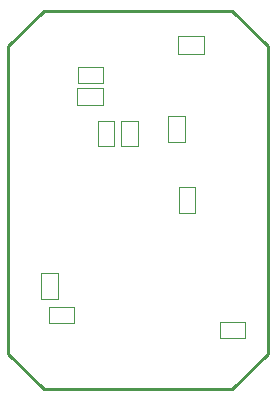
<source format=gbr>
%TF.GenerationSoftware,Altium Limited,Altium Designer,18.1.9 (240)*%
G04 Layer_Color=16711935*
%FSLAX45Y45*%
%MOMM*%
%TF.FileFunction,Other,Mechanical_13*%
%TF.Part,Single*%
G01*
G75*
%TA.AperFunction,NonConductor*%
%ADD18C,0.25400*%
%ADD51C,0.10000*%
D18*
X300000Y3200000D02*
X1900000D01*
X2200000Y2900000D01*
X0D02*
X300000Y3200000D01*
X0Y300000D02*
Y2900000D01*
Y300000D02*
X300000Y0D01*
X1900000D01*
X2200000Y300000D01*
Y2900000D01*
D51*
X277500Y765000D02*
Y985000D01*
X422501Y765000D02*
Y985000D01*
X277500D02*
X422501D01*
X277500Y765000D02*
X422501D01*
X1792500Y430000D02*
Y570000D01*
X2007500Y430000D02*
Y570000D01*
X1792500Y430000D02*
X2007500D01*
X1792500Y570000D02*
X2007500D01*
X342500Y555000D02*
Y695000D01*
X557500Y555000D02*
Y695000D01*
X342500Y555000D02*
X557500D01*
X342500Y695000D02*
X557500D01*
X1442058Y2985000D02*
X1662058D01*
X1442058Y2839999D02*
X1662058D01*
Y2985000D01*
X1442058Y2839999D02*
Y2985000D01*
X1352500Y2090000D02*
Y2310000D01*
X1497500Y2090000D02*
Y2310000D01*
X1352500D02*
X1497500D01*
X1352500Y2090000D02*
X1497500D01*
X960000Y2270347D02*
X1100000D01*
X960000Y2055347D02*
X1100000D01*
X960000D02*
Y2270347D01*
X1100000Y2055347D02*
Y2270347D01*
X760001Y2055347D02*
X900000D01*
X760001Y2270347D02*
X900000D01*
Y2055347D02*
Y2270347D01*
X760001Y2055347D02*
Y2270347D01*
X580000Y2400347D02*
X800000D01*
X580000Y2545348D02*
X800000D01*
X580000Y2400347D02*
Y2545348D01*
X800000Y2400347D02*
Y2545348D01*
X592500Y2589367D02*
Y2729367D01*
X807501Y2589367D02*
Y2729367D01*
X592500Y2589367D02*
X807501D01*
X592500Y2729367D02*
X807501D01*
X1446748Y1492500D02*
X1586748D01*
X1446748Y1707500D02*
X1586748D01*
Y1492500D02*
Y1707500D01*
X1446748Y1492500D02*
Y1707500D01*
%TF.MD5,6dd6e1de437334e1cd9cc2bd1ca6bc74*%
M02*

</source>
